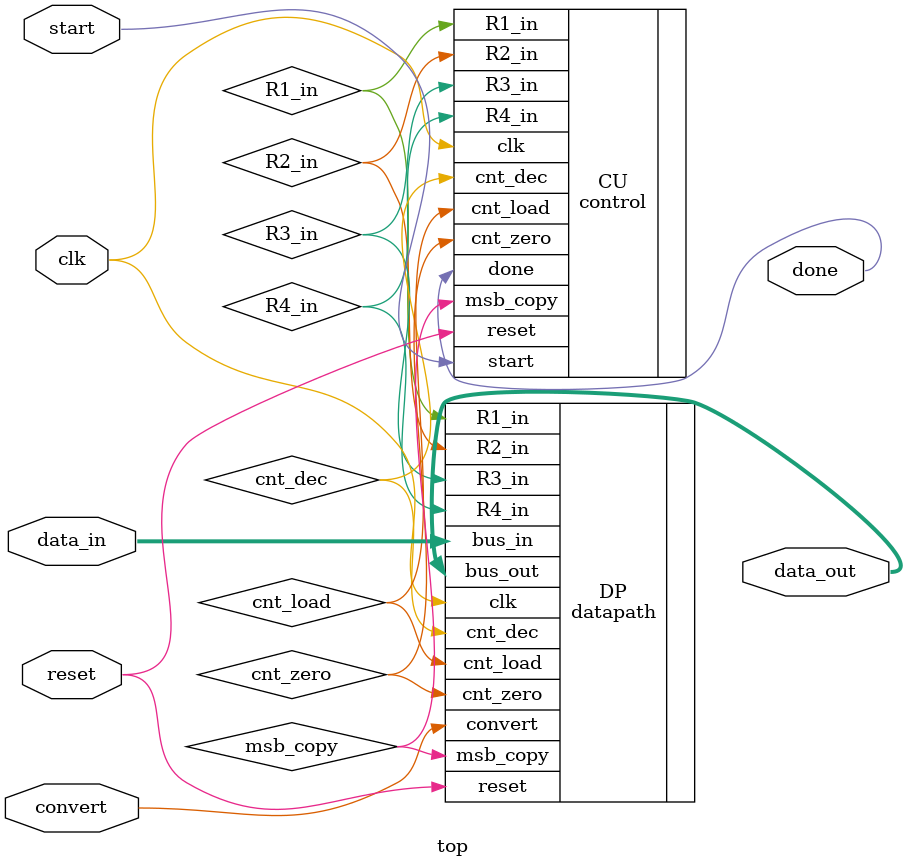
<source format=v>
`timescale 1ns / 1ps
module top(
input wire [7:0]data_in,///
input clk,
input wire reset,start,
input convert,
output [7:0]data_out,
output wire done
    );

//internal wires
 wire R1_in, R2_in, R3_in, R4_in;
wire cnt_load, cnt_dec;
wire msb_copy;
wire cnt_zero;

//CU  
  control CU (
    .clk(clk),
    .reset(reset),
    .start(start),
    .cnt_zero(cnt_zero),
    .R1_in(R1_in),
    .R2_in(R2_in),
    .R3_in(R3_in),
    .R4_in(R4_in),
    .cnt_load(cnt_load),
    .cnt_dec(cnt_dec),
    .msb_copy(msb_copy),
    .done(done)
);


//datapath
datapath DP (
    .clk(clk),
    .reset(reset),
    .cnt_load(cnt_load),
    .cnt_dec(cnt_dec),
    .msb_copy(msb_copy),
    .convert(convert),
    .R1_in(R1_in),
    .R2_in(R2_in),
    .R3_in(R3_in),
    .R4_in(R4_in),
    .bus_in(data_in),
    .bus_out(data_out),
    .cnt_zero(cnt_zero)
);
endmodule

</source>
